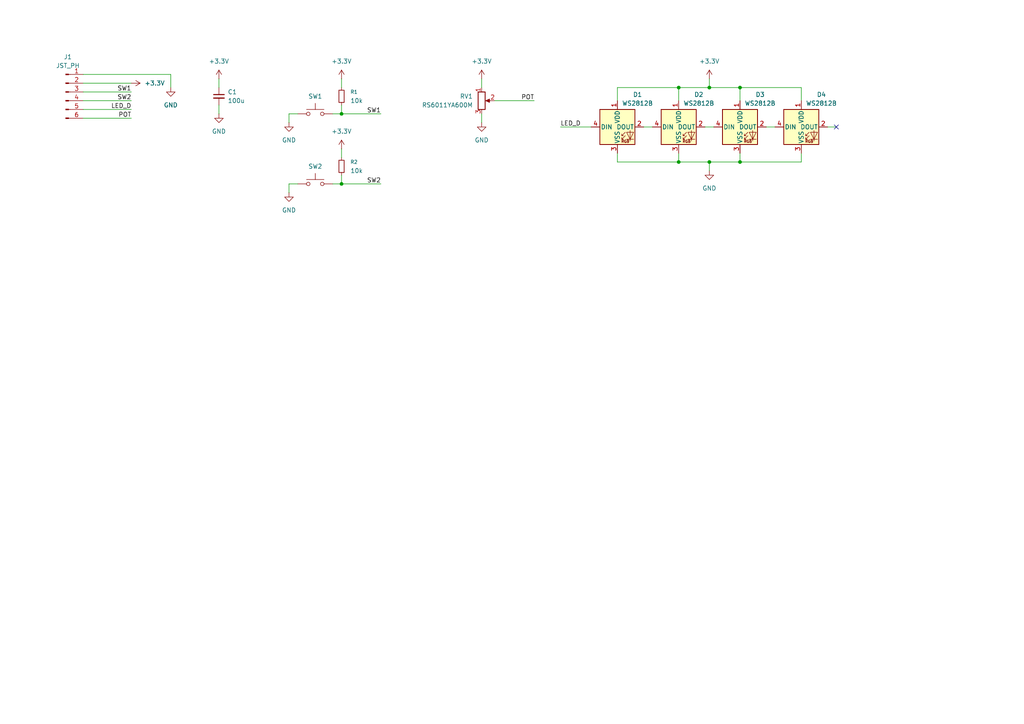
<source format=kicad_sch>
(kicad_sch
	(version 20250114)
	(generator "eeschema")
	(generator_version "9.0")
	(uuid "65f0f8e6-c43f-4450-a427-1bca1fbf31de")
	(paper "A4")
	(lib_symbols
		(symbol "Connector:Conn_01x06_Pin"
			(pin_names
				(offset 1.016)
				(hide yes)
			)
			(exclude_from_sim no)
			(in_bom yes)
			(on_board yes)
			(property "Reference" "J"
				(at 0 7.62 0)
				(effects
					(font
						(size 1.27 1.27)
					)
				)
			)
			(property "Value" "Conn_01x06_Pin"
				(at 0 -10.16 0)
				(effects
					(font
						(size 1.27 1.27)
					)
				)
			)
			(property "Footprint" ""
				(at 0 0 0)
				(effects
					(font
						(size 1.27 1.27)
					)
					(hide yes)
				)
			)
			(property "Datasheet" "~"
				(at 0 0 0)
				(effects
					(font
						(size 1.27 1.27)
					)
					(hide yes)
				)
			)
			(property "Description" "Generic connector, single row, 01x06, script generated"
				(at 0 0 0)
				(effects
					(font
						(size 1.27 1.27)
					)
					(hide yes)
				)
			)
			(property "ki_locked" ""
				(at 0 0 0)
				(effects
					(font
						(size 1.27 1.27)
					)
				)
			)
			(property "ki_keywords" "connector"
				(at 0 0 0)
				(effects
					(font
						(size 1.27 1.27)
					)
					(hide yes)
				)
			)
			(property "ki_fp_filters" "Connector*:*_1x??_*"
				(at 0 0 0)
				(effects
					(font
						(size 1.27 1.27)
					)
					(hide yes)
				)
			)
			(symbol "Conn_01x06_Pin_1_1"
				(rectangle
					(start 0.8636 5.207)
					(end 0 4.953)
					(stroke
						(width 0.1524)
						(type default)
					)
					(fill
						(type outline)
					)
				)
				(rectangle
					(start 0.8636 2.667)
					(end 0 2.413)
					(stroke
						(width 0.1524)
						(type default)
					)
					(fill
						(type outline)
					)
				)
				(rectangle
					(start 0.8636 0.127)
					(end 0 -0.127)
					(stroke
						(width 0.1524)
						(type default)
					)
					(fill
						(type outline)
					)
				)
				(rectangle
					(start 0.8636 -2.413)
					(end 0 -2.667)
					(stroke
						(width 0.1524)
						(type default)
					)
					(fill
						(type outline)
					)
				)
				(rectangle
					(start 0.8636 -4.953)
					(end 0 -5.207)
					(stroke
						(width 0.1524)
						(type default)
					)
					(fill
						(type outline)
					)
				)
				(rectangle
					(start 0.8636 -7.493)
					(end 0 -7.747)
					(stroke
						(width 0.1524)
						(type default)
					)
					(fill
						(type outline)
					)
				)
				(polyline
					(pts
						(xy 1.27 5.08) (xy 0.8636 5.08)
					)
					(stroke
						(width 0.1524)
						(type default)
					)
					(fill
						(type none)
					)
				)
				(polyline
					(pts
						(xy 1.27 2.54) (xy 0.8636 2.54)
					)
					(stroke
						(width 0.1524)
						(type default)
					)
					(fill
						(type none)
					)
				)
				(polyline
					(pts
						(xy 1.27 0) (xy 0.8636 0)
					)
					(stroke
						(width 0.1524)
						(type default)
					)
					(fill
						(type none)
					)
				)
				(polyline
					(pts
						(xy 1.27 -2.54) (xy 0.8636 -2.54)
					)
					(stroke
						(width 0.1524)
						(type default)
					)
					(fill
						(type none)
					)
				)
				(polyline
					(pts
						(xy 1.27 -5.08) (xy 0.8636 -5.08)
					)
					(stroke
						(width 0.1524)
						(type default)
					)
					(fill
						(type none)
					)
				)
				(polyline
					(pts
						(xy 1.27 -7.62) (xy 0.8636 -7.62)
					)
					(stroke
						(width 0.1524)
						(type default)
					)
					(fill
						(type none)
					)
				)
				(pin passive line
					(at 5.08 5.08 180)
					(length 3.81)
					(name "Pin_1"
						(effects
							(font
								(size 1.27 1.27)
							)
						)
					)
					(number "1"
						(effects
							(font
								(size 1.27 1.27)
							)
						)
					)
				)
				(pin passive line
					(at 5.08 2.54 180)
					(length 3.81)
					(name "Pin_2"
						(effects
							(font
								(size 1.27 1.27)
							)
						)
					)
					(number "2"
						(effects
							(font
								(size 1.27 1.27)
							)
						)
					)
				)
				(pin passive line
					(at 5.08 0 180)
					(length 3.81)
					(name "Pin_3"
						(effects
							(font
								(size 1.27 1.27)
							)
						)
					)
					(number "3"
						(effects
							(font
								(size 1.27 1.27)
							)
						)
					)
				)
				(pin passive line
					(at 5.08 -2.54 180)
					(length 3.81)
					(name "Pin_4"
						(effects
							(font
								(size 1.27 1.27)
							)
						)
					)
					(number "4"
						(effects
							(font
								(size 1.27 1.27)
							)
						)
					)
				)
				(pin passive line
					(at 5.08 -5.08 180)
					(length 3.81)
					(name "Pin_5"
						(effects
							(font
								(size 1.27 1.27)
							)
						)
					)
					(number "5"
						(effects
							(font
								(size 1.27 1.27)
							)
						)
					)
				)
				(pin passive line
					(at 5.08 -7.62 180)
					(length 3.81)
					(name "Pin_6"
						(effects
							(font
								(size 1.27 1.27)
							)
						)
					)
					(number "6"
						(effects
							(font
								(size 1.27 1.27)
							)
						)
					)
				)
			)
			(embedded_fonts no)
		)
		(symbol "Device:C_Small"
			(pin_numbers
				(hide yes)
			)
			(pin_names
				(offset 0.254)
				(hide yes)
			)
			(exclude_from_sim no)
			(in_bom yes)
			(on_board yes)
			(property "Reference" "C"
				(at 0.254 1.778 0)
				(effects
					(font
						(size 1.27 1.27)
					)
					(justify left)
				)
			)
			(property "Value" "C_Small"
				(at 0.254 -2.032 0)
				(effects
					(font
						(size 1.27 1.27)
					)
					(justify left)
				)
			)
			(property "Footprint" ""
				(at 0 0 0)
				(effects
					(font
						(size 1.27 1.27)
					)
					(hide yes)
				)
			)
			(property "Datasheet" "~"
				(at 0 0 0)
				(effects
					(font
						(size 1.27 1.27)
					)
					(hide yes)
				)
			)
			(property "Description" "Unpolarized capacitor, small symbol"
				(at 0 0 0)
				(effects
					(font
						(size 1.27 1.27)
					)
					(hide yes)
				)
			)
			(property "ki_keywords" "capacitor cap"
				(at 0 0 0)
				(effects
					(font
						(size 1.27 1.27)
					)
					(hide yes)
				)
			)
			(property "ki_fp_filters" "C_*"
				(at 0 0 0)
				(effects
					(font
						(size 1.27 1.27)
					)
					(hide yes)
				)
			)
			(symbol "C_Small_0_1"
				(polyline
					(pts
						(xy -1.524 0.508) (xy 1.524 0.508)
					)
					(stroke
						(width 0.3048)
						(type default)
					)
					(fill
						(type none)
					)
				)
				(polyline
					(pts
						(xy -1.524 -0.508) (xy 1.524 -0.508)
					)
					(stroke
						(width 0.3302)
						(type default)
					)
					(fill
						(type none)
					)
				)
			)
			(symbol "C_Small_1_1"
				(pin passive line
					(at 0 2.54 270)
					(length 2.032)
					(name "~"
						(effects
							(font
								(size 1.27 1.27)
							)
						)
					)
					(number "1"
						(effects
							(font
								(size 1.27 1.27)
							)
						)
					)
				)
				(pin passive line
					(at 0 -2.54 90)
					(length 2.032)
					(name "~"
						(effects
							(font
								(size 1.27 1.27)
							)
						)
					)
					(number "2"
						(effects
							(font
								(size 1.27 1.27)
							)
						)
					)
				)
			)
			(embedded_fonts no)
		)
		(symbol "Device:R_Potentiometer"
			(pin_names
				(offset 1.016)
				(hide yes)
			)
			(exclude_from_sim no)
			(in_bom yes)
			(on_board yes)
			(property "Reference" "RV"
				(at -4.445 0 90)
				(effects
					(font
						(size 1.27 1.27)
					)
				)
			)
			(property "Value" "R_Potentiometer"
				(at -2.54 0 90)
				(effects
					(font
						(size 1.27 1.27)
					)
				)
			)
			(property "Footprint" ""
				(at 0 0 0)
				(effects
					(font
						(size 1.27 1.27)
					)
					(hide yes)
				)
			)
			(property "Datasheet" "~"
				(at 0 0 0)
				(effects
					(font
						(size 1.27 1.27)
					)
					(hide yes)
				)
			)
			(property "Description" "Potentiometer"
				(at 0 0 0)
				(effects
					(font
						(size 1.27 1.27)
					)
					(hide yes)
				)
			)
			(property "ki_keywords" "resistor variable"
				(at 0 0 0)
				(effects
					(font
						(size 1.27 1.27)
					)
					(hide yes)
				)
			)
			(property "ki_fp_filters" "Potentiometer*"
				(at 0 0 0)
				(effects
					(font
						(size 1.27 1.27)
					)
					(hide yes)
				)
			)
			(symbol "R_Potentiometer_0_1"
				(rectangle
					(start 1.016 2.54)
					(end -1.016 -2.54)
					(stroke
						(width 0.254)
						(type default)
					)
					(fill
						(type none)
					)
				)
				(polyline
					(pts
						(xy 1.143 0) (xy 2.286 0.508) (xy 2.286 -0.508) (xy 1.143 0)
					)
					(stroke
						(width 0)
						(type default)
					)
					(fill
						(type outline)
					)
				)
				(polyline
					(pts
						(xy 2.54 0) (xy 1.524 0)
					)
					(stroke
						(width 0)
						(type default)
					)
					(fill
						(type none)
					)
				)
			)
			(symbol "R_Potentiometer_1_1"
				(pin passive line
					(at 0 3.81 270)
					(length 1.27)
					(name "1"
						(effects
							(font
								(size 1.27 1.27)
							)
						)
					)
					(number "1"
						(effects
							(font
								(size 1.27 1.27)
							)
						)
					)
				)
				(pin passive line
					(at 0 -3.81 90)
					(length 1.27)
					(name "3"
						(effects
							(font
								(size 1.27 1.27)
							)
						)
					)
					(number "3"
						(effects
							(font
								(size 1.27 1.27)
							)
						)
					)
				)
				(pin passive line
					(at 3.81 0 180)
					(length 1.27)
					(name "2"
						(effects
							(font
								(size 1.27 1.27)
							)
						)
					)
					(number "2"
						(effects
							(font
								(size 1.27 1.27)
							)
						)
					)
				)
			)
			(embedded_fonts no)
		)
		(symbol "Device:R_Small"
			(pin_numbers
				(hide yes)
			)
			(pin_names
				(offset 0.254)
				(hide yes)
			)
			(exclude_from_sim no)
			(in_bom yes)
			(on_board yes)
			(property "Reference" "R"
				(at 0 0 90)
				(effects
					(font
						(size 1.016 1.016)
					)
				)
			)
			(property "Value" "R_Small"
				(at 1.778 0 90)
				(effects
					(font
						(size 1.27 1.27)
					)
				)
			)
			(property "Footprint" ""
				(at 0 0 0)
				(effects
					(font
						(size 1.27 1.27)
					)
					(hide yes)
				)
			)
			(property "Datasheet" "~"
				(at 0 0 0)
				(effects
					(font
						(size 1.27 1.27)
					)
					(hide yes)
				)
			)
			(property "Description" "Resistor, small symbol"
				(at 0 0 0)
				(effects
					(font
						(size 1.27 1.27)
					)
					(hide yes)
				)
			)
			(property "ki_keywords" "R resistor"
				(at 0 0 0)
				(effects
					(font
						(size 1.27 1.27)
					)
					(hide yes)
				)
			)
			(property "ki_fp_filters" "R_*"
				(at 0 0 0)
				(effects
					(font
						(size 1.27 1.27)
					)
					(hide yes)
				)
			)
			(symbol "R_Small_0_1"
				(rectangle
					(start -0.762 1.778)
					(end 0.762 -1.778)
					(stroke
						(width 0.2032)
						(type default)
					)
					(fill
						(type none)
					)
				)
			)
			(symbol "R_Small_1_1"
				(pin passive line
					(at 0 2.54 270)
					(length 0.762)
					(name "~"
						(effects
							(font
								(size 1.27 1.27)
							)
						)
					)
					(number "1"
						(effects
							(font
								(size 1.27 1.27)
							)
						)
					)
				)
				(pin passive line
					(at 0 -2.54 90)
					(length 0.762)
					(name "~"
						(effects
							(font
								(size 1.27 1.27)
							)
						)
					)
					(number "2"
						(effects
							(font
								(size 1.27 1.27)
							)
						)
					)
				)
			)
			(embedded_fonts no)
		)
		(symbol "LED:WS2812B"
			(pin_names
				(offset 0.254)
			)
			(exclude_from_sim no)
			(in_bom yes)
			(on_board yes)
			(property "Reference" "D"
				(at 5.08 5.715 0)
				(effects
					(font
						(size 1.27 1.27)
					)
					(justify right bottom)
				)
			)
			(property "Value" "WS2812B"
				(at 1.27 -5.715 0)
				(effects
					(font
						(size 1.27 1.27)
					)
					(justify left top)
				)
			)
			(property "Footprint" "LED_SMD:LED_WS2812B_PLCC4_5.0x5.0mm_P3.2mm"
				(at 1.27 -7.62 0)
				(effects
					(font
						(size 1.27 1.27)
					)
					(justify left top)
					(hide yes)
				)
			)
			(property "Datasheet" "https://cdn-shop.adafruit.com/datasheets/WS2812B.pdf"
				(at 2.54 -9.525 0)
				(effects
					(font
						(size 1.27 1.27)
					)
					(justify left top)
					(hide yes)
				)
			)
			(property "Description" "RGB LED with integrated controller"
				(at 0 0 0)
				(effects
					(font
						(size 1.27 1.27)
					)
					(hide yes)
				)
			)
			(property "ki_keywords" "RGB LED NeoPixel addressable"
				(at 0 0 0)
				(effects
					(font
						(size 1.27 1.27)
					)
					(hide yes)
				)
			)
			(property "ki_fp_filters" "LED*WS2812*PLCC*5.0x5.0mm*P3.2mm*"
				(at 0 0 0)
				(effects
					(font
						(size 1.27 1.27)
					)
					(hide yes)
				)
			)
			(symbol "WS2812B_0_0"
				(text "RGB"
					(at 2.286 -4.191 0)
					(effects
						(font
							(size 0.762 0.762)
						)
					)
				)
			)
			(symbol "WS2812B_0_1"
				(polyline
					(pts
						(xy 1.27 -2.54) (xy 1.778 -2.54)
					)
					(stroke
						(width 0)
						(type default)
					)
					(fill
						(type none)
					)
				)
				(polyline
					(pts
						(xy 1.27 -3.556) (xy 1.778 -3.556)
					)
					(stroke
						(width 0)
						(type default)
					)
					(fill
						(type none)
					)
				)
				(polyline
					(pts
						(xy 2.286 -1.524) (xy 1.27 -2.54) (xy 1.27 -2.032)
					)
					(stroke
						(width 0)
						(type default)
					)
					(fill
						(type none)
					)
				)
				(polyline
					(pts
						(xy 2.286 -2.54) (xy 1.27 -3.556) (xy 1.27 -3.048)
					)
					(stroke
						(width 0)
						(type default)
					)
					(fill
						(type none)
					)
				)
				(polyline
					(pts
						(xy 3.683 -1.016) (xy 3.683 -3.556) (xy 3.683 -4.064)
					)
					(stroke
						(width 0)
						(type default)
					)
					(fill
						(type none)
					)
				)
				(polyline
					(pts
						(xy 4.699 -1.524) (xy 2.667 -1.524) (xy 3.683 -3.556) (xy 4.699 -1.524)
					)
					(stroke
						(width 0)
						(type default)
					)
					(fill
						(type none)
					)
				)
				(polyline
					(pts
						(xy 4.699 -3.556) (xy 2.667 -3.556)
					)
					(stroke
						(width 0)
						(type default)
					)
					(fill
						(type none)
					)
				)
				(rectangle
					(start 5.08 5.08)
					(end -5.08 -5.08)
					(stroke
						(width 0.254)
						(type default)
					)
					(fill
						(type background)
					)
				)
			)
			(symbol "WS2812B_1_1"
				(pin input line
					(at -7.62 0 0)
					(length 2.54)
					(name "DIN"
						(effects
							(font
								(size 1.27 1.27)
							)
						)
					)
					(number "4"
						(effects
							(font
								(size 1.27 1.27)
							)
						)
					)
				)
				(pin power_in line
					(at 0 7.62 270)
					(length 2.54)
					(name "VDD"
						(effects
							(font
								(size 1.27 1.27)
							)
						)
					)
					(number "1"
						(effects
							(font
								(size 1.27 1.27)
							)
						)
					)
				)
				(pin power_in line
					(at 0 -7.62 90)
					(length 2.54)
					(name "VSS"
						(effects
							(font
								(size 1.27 1.27)
							)
						)
					)
					(number "3"
						(effects
							(font
								(size 1.27 1.27)
							)
						)
					)
				)
				(pin output line
					(at 7.62 0 180)
					(length 2.54)
					(name "DOUT"
						(effects
							(font
								(size 1.27 1.27)
							)
						)
					)
					(number "2"
						(effects
							(font
								(size 1.27 1.27)
							)
						)
					)
				)
			)
			(embedded_fonts no)
		)
		(symbol "Switch:SW_Push"
			(pin_numbers
				(hide yes)
			)
			(pin_names
				(offset 1.016)
				(hide yes)
			)
			(exclude_from_sim no)
			(in_bom yes)
			(on_board yes)
			(property "Reference" "SW"
				(at 1.27 2.54 0)
				(effects
					(font
						(size 1.27 1.27)
					)
					(justify left)
				)
			)
			(property "Value" "SW_Push"
				(at 0 -1.524 0)
				(effects
					(font
						(size 1.27 1.27)
					)
				)
			)
			(property "Footprint" ""
				(at 0 5.08 0)
				(effects
					(font
						(size 1.27 1.27)
					)
					(hide yes)
				)
			)
			(property "Datasheet" "~"
				(at 0 5.08 0)
				(effects
					(font
						(size 1.27 1.27)
					)
					(hide yes)
				)
			)
			(property "Description" "Push button switch, generic, two pins"
				(at 0 0 0)
				(effects
					(font
						(size 1.27 1.27)
					)
					(hide yes)
				)
			)
			(property "ki_keywords" "switch normally-open pushbutton push-button"
				(at 0 0 0)
				(effects
					(font
						(size 1.27 1.27)
					)
					(hide yes)
				)
			)
			(symbol "SW_Push_0_1"
				(circle
					(center -2.032 0)
					(radius 0.508)
					(stroke
						(width 0)
						(type default)
					)
					(fill
						(type none)
					)
				)
				(polyline
					(pts
						(xy 0 1.27) (xy 0 3.048)
					)
					(stroke
						(width 0)
						(type default)
					)
					(fill
						(type none)
					)
				)
				(circle
					(center 2.032 0)
					(radius 0.508)
					(stroke
						(width 0)
						(type default)
					)
					(fill
						(type none)
					)
				)
				(polyline
					(pts
						(xy 2.54 1.27) (xy -2.54 1.27)
					)
					(stroke
						(width 0)
						(type default)
					)
					(fill
						(type none)
					)
				)
				(pin passive line
					(at -5.08 0 0)
					(length 2.54)
					(name "1"
						(effects
							(font
								(size 1.27 1.27)
							)
						)
					)
					(number "1"
						(effects
							(font
								(size 1.27 1.27)
							)
						)
					)
				)
				(pin passive line
					(at 5.08 0 180)
					(length 2.54)
					(name "2"
						(effects
							(font
								(size 1.27 1.27)
							)
						)
					)
					(number "2"
						(effects
							(font
								(size 1.27 1.27)
							)
						)
					)
				)
			)
			(embedded_fonts no)
		)
		(symbol "power:+3.3V"
			(power)
			(pin_numbers
				(hide yes)
			)
			(pin_names
				(offset 0)
				(hide yes)
			)
			(exclude_from_sim no)
			(in_bom yes)
			(on_board yes)
			(property "Reference" "#PWR"
				(at 0 -3.81 0)
				(effects
					(font
						(size 1.27 1.27)
					)
					(hide yes)
				)
			)
			(property "Value" "+3.3V"
				(at 0 3.556 0)
				(effects
					(font
						(size 1.27 1.27)
					)
				)
			)
			(property "Footprint" ""
				(at 0 0 0)
				(effects
					(font
						(size 1.27 1.27)
					)
					(hide yes)
				)
			)
			(property "Datasheet" ""
				(at 0 0 0)
				(effects
					(font
						(size 1.27 1.27)
					)
					(hide yes)
				)
			)
			(property "Description" "Power symbol creates a global label with name \"+3.3V\""
				(at 0 0 0)
				(effects
					(font
						(size 1.27 1.27)
					)
					(hide yes)
				)
			)
			(property "ki_keywords" "global power"
				(at 0 0 0)
				(effects
					(font
						(size 1.27 1.27)
					)
					(hide yes)
				)
			)
			(symbol "+3.3V_0_1"
				(polyline
					(pts
						(xy -0.762 1.27) (xy 0 2.54)
					)
					(stroke
						(width 0)
						(type default)
					)
					(fill
						(type none)
					)
				)
				(polyline
					(pts
						(xy 0 2.54) (xy 0.762 1.27)
					)
					(stroke
						(width 0)
						(type default)
					)
					(fill
						(type none)
					)
				)
				(polyline
					(pts
						(xy 0 0) (xy 0 2.54)
					)
					(stroke
						(width 0)
						(type default)
					)
					(fill
						(type none)
					)
				)
			)
			(symbol "+3.3V_1_1"
				(pin power_in line
					(at 0 0 90)
					(length 0)
					(name "~"
						(effects
							(font
								(size 1.27 1.27)
							)
						)
					)
					(number "1"
						(effects
							(font
								(size 1.27 1.27)
							)
						)
					)
				)
			)
			(embedded_fonts no)
		)
		(symbol "power:GND"
			(power)
			(pin_numbers
				(hide yes)
			)
			(pin_names
				(offset 0)
				(hide yes)
			)
			(exclude_from_sim no)
			(in_bom yes)
			(on_board yes)
			(property "Reference" "#PWR"
				(at 0 -6.35 0)
				(effects
					(font
						(size 1.27 1.27)
					)
					(hide yes)
				)
			)
			(property "Value" "GND"
				(at 0 -3.81 0)
				(effects
					(font
						(size 1.27 1.27)
					)
				)
			)
			(property "Footprint" ""
				(at 0 0 0)
				(effects
					(font
						(size 1.27 1.27)
					)
					(hide yes)
				)
			)
			(property "Datasheet" ""
				(at 0 0 0)
				(effects
					(font
						(size 1.27 1.27)
					)
					(hide yes)
				)
			)
			(property "Description" "Power symbol creates a global label with name \"GND\" , ground"
				(at 0 0 0)
				(effects
					(font
						(size 1.27 1.27)
					)
					(hide yes)
				)
			)
			(property "ki_keywords" "global power"
				(at 0 0 0)
				(effects
					(font
						(size 1.27 1.27)
					)
					(hide yes)
				)
			)
			(symbol "GND_0_1"
				(polyline
					(pts
						(xy 0 0) (xy 0 -1.27) (xy 1.27 -1.27) (xy 0 -2.54) (xy -1.27 -1.27) (xy 0 -1.27)
					)
					(stroke
						(width 0)
						(type default)
					)
					(fill
						(type none)
					)
				)
			)
			(symbol "GND_1_1"
				(pin power_in line
					(at 0 0 270)
					(length 0)
					(name "~"
						(effects
							(font
								(size 1.27 1.27)
							)
						)
					)
					(number "1"
						(effects
							(font
								(size 1.27 1.27)
							)
						)
					)
				)
			)
			(embedded_fonts no)
		)
	)
	(junction
		(at 196.85 46.99)
		(diameter 0)
		(color 0 0 0 0)
		(uuid "195d2cf3-8079-4c9d-9def-9fbb9a6bf219")
	)
	(junction
		(at 205.74 46.99)
		(diameter 0)
		(color 0 0 0 0)
		(uuid "2f40108a-8346-4da1-a37a-c1d1a03f2612")
	)
	(junction
		(at 205.74 25.4)
		(diameter 0)
		(color 0 0 0 0)
		(uuid "3c5cbbec-9d86-4820-af5f-095e38df8abd")
	)
	(junction
		(at 196.85 25.4)
		(diameter 0)
		(color 0 0 0 0)
		(uuid "6c41aa54-8b44-40dd-9dcb-98cfd027192d")
	)
	(junction
		(at 214.63 25.4)
		(diameter 0)
		(color 0 0 0 0)
		(uuid "7d241ec9-63d6-41f4-b09e-c35fce42dc50")
	)
	(junction
		(at 99.06 33.02)
		(diameter 0)
		(color 0 0 0 0)
		(uuid "b854b112-ba7b-4721-801f-caf60294af1e")
	)
	(junction
		(at 214.63 46.99)
		(diameter 0)
		(color 0 0 0 0)
		(uuid "eebac41f-6333-4aaf-92f0-aaa4c1c874ff")
	)
	(junction
		(at 99.06 53.34)
		(diameter 0)
		(color 0 0 0 0)
		(uuid "f89aba0c-4395-43d3-8390-c3e3b2d61ca2")
	)
	(no_connect
		(at 242.57 36.83)
		(uuid "8e7fdc55-3a2f-469e-a883-3ad2ececaaf4")
	)
	(wire
		(pts
			(xy 205.74 46.99) (xy 214.63 46.99)
		)
		(stroke
			(width 0)
			(type default)
		)
		(uuid "00a7cdca-1817-4e67-895e-25d4384b77cb")
	)
	(wire
		(pts
			(xy 205.74 46.99) (xy 205.74 49.53)
		)
		(stroke
			(width 0)
			(type default)
		)
		(uuid "06b527b3-6286-4631-9489-612a8437a4dd")
	)
	(wire
		(pts
			(xy 232.41 44.45) (xy 232.41 46.99)
		)
		(stroke
			(width 0)
			(type default)
		)
		(uuid "0a51975d-9ded-4636-b3e3-0e9ecd860207")
	)
	(wire
		(pts
			(xy 139.7 22.86) (xy 139.7 25.4)
		)
		(stroke
			(width 0)
			(type default)
		)
		(uuid "0b7284e9-bbb7-4a2b-9335-de26881b3b88")
	)
	(wire
		(pts
			(xy 214.63 25.4) (xy 214.63 29.21)
		)
		(stroke
			(width 0)
			(type default)
		)
		(uuid "0b8d3ab4-6e2e-41ce-a033-8be34df77b74")
	)
	(wire
		(pts
			(xy 99.06 22.86) (xy 99.06 25.4)
		)
		(stroke
			(width 0)
			(type default)
		)
		(uuid "11abd7c4-a8db-4a83-aafc-d5070301553e")
	)
	(wire
		(pts
			(xy 204.47 36.83) (xy 207.01 36.83)
		)
		(stroke
			(width 0)
			(type default)
		)
		(uuid "11f957f5-6de7-4bb8-9ed4-d1dd306f754b")
	)
	(wire
		(pts
			(xy 24.13 34.29) (xy 38.1 34.29)
		)
		(stroke
			(width 0)
			(type default)
		)
		(uuid "2cd4354a-ce68-46ef-861b-e4178e440192")
	)
	(wire
		(pts
			(xy 63.5 30.48) (xy 63.5 33.02)
		)
		(stroke
			(width 0)
			(type default)
		)
		(uuid "35a5e034-0d4b-4bd4-ac3f-e6a2cc74538f")
	)
	(wire
		(pts
			(xy 205.74 22.86) (xy 205.74 25.4)
		)
		(stroke
			(width 0)
			(type default)
		)
		(uuid "3ada21b5-9b57-476c-b292-ae9202baa804")
	)
	(wire
		(pts
			(xy 186.69 36.83) (xy 189.23 36.83)
		)
		(stroke
			(width 0)
			(type default)
		)
		(uuid "4c6c740c-df0b-4d5e-b816-ae39ada798ef")
	)
	(wire
		(pts
			(xy 196.85 44.45) (xy 196.85 46.99)
		)
		(stroke
			(width 0)
			(type default)
		)
		(uuid "516e9c00-e77a-43dd-8f6b-63ae29cc2d9e")
	)
	(wire
		(pts
			(xy 86.36 33.02) (xy 83.82 33.02)
		)
		(stroke
			(width 0)
			(type default)
		)
		(uuid "58e84b14-be7b-4968-b17e-9de188e44615")
	)
	(wire
		(pts
			(xy 99.06 43.18) (xy 99.06 45.72)
		)
		(stroke
			(width 0)
			(type default)
		)
		(uuid "59a585c9-caef-43b7-8e35-0af334dad97e")
	)
	(wire
		(pts
			(xy 214.63 25.4) (xy 232.41 25.4)
		)
		(stroke
			(width 0)
			(type default)
		)
		(uuid "5af8f15d-947b-4901-b694-b71199922257")
	)
	(wire
		(pts
			(xy 99.06 33.02) (xy 110.49 33.02)
		)
		(stroke
			(width 0)
			(type default)
		)
		(uuid "61d6327c-d3c9-42cb-8532-0f6101f1f354")
	)
	(wire
		(pts
			(xy 99.06 50.8) (xy 99.06 53.34)
		)
		(stroke
			(width 0)
			(type default)
		)
		(uuid "62d970bf-0256-4b87-b27b-6822dcbc17a4")
	)
	(wire
		(pts
			(xy 49.53 21.59) (xy 49.53 25.4)
		)
		(stroke
			(width 0)
			(type default)
		)
		(uuid "6b0a43d1-a5b8-4bbb-844f-68fd04b2e769")
	)
	(wire
		(pts
			(xy 196.85 46.99) (xy 205.74 46.99)
		)
		(stroke
			(width 0)
			(type default)
		)
		(uuid "6b7497cd-bf46-4670-961a-4bb52347f405")
	)
	(wire
		(pts
			(xy 240.03 36.83) (xy 242.57 36.83)
		)
		(stroke
			(width 0)
			(type default)
		)
		(uuid "6bb9326a-eb4d-4836-8634-a5d1233de827")
	)
	(wire
		(pts
			(xy 205.74 25.4) (xy 214.63 25.4)
		)
		(stroke
			(width 0)
			(type default)
		)
		(uuid "6ca9011b-2884-4612-ae8b-31266b99d8ce")
	)
	(wire
		(pts
			(xy 24.13 31.75) (xy 38.1 31.75)
		)
		(stroke
			(width 0)
			(type default)
		)
		(uuid "6dcba2f7-c4a7-4be1-bd04-729e4523173c")
	)
	(wire
		(pts
			(xy 24.13 26.67) (xy 38.1 26.67)
		)
		(stroke
			(width 0)
			(type default)
		)
		(uuid "6de8cb0c-fcff-429d-98c9-4e676596179c")
	)
	(wire
		(pts
			(xy 139.7 33.02) (xy 139.7 35.56)
		)
		(stroke
			(width 0)
			(type default)
		)
		(uuid "6df2154a-58cf-44e5-97ef-f0fc8e44f75f")
	)
	(wire
		(pts
			(xy 24.13 21.59) (xy 49.53 21.59)
		)
		(stroke
			(width 0)
			(type default)
		)
		(uuid "71bbb01d-1d14-4edf-8b5b-484f73422f65")
	)
	(wire
		(pts
			(xy 83.82 53.34) (xy 83.82 55.88)
		)
		(stroke
			(width 0)
			(type default)
		)
		(uuid "75870e6b-3b18-4a67-b16f-3527f1f49e22")
	)
	(wire
		(pts
			(xy 162.56 36.83) (xy 171.45 36.83)
		)
		(stroke
			(width 0)
			(type default)
		)
		(uuid "84c7272a-1741-4193-9f2b-110d0c9a20cb")
	)
	(wire
		(pts
			(xy 96.52 33.02) (xy 99.06 33.02)
		)
		(stroke
			(width 0)
			(type default)
		)
		(uuid "8c89e5dd-39fa-4b8e-9fa1-74a348fd0a66")
	)
	(wire
		(pts
			(xy 179.07 44.45) (xy 179.07 46.99)
		)
		(stroke
			(width 0)
			(type default)
		)
		(uuid "930fd075-ca77-4374-8026-03cea785d3e9")
	)
	(wire
		(pts
			(xy 214.63 46.99) (xy 232.41 46.99)
		)
		(stroke
			(width 0)
			(type default)
		)
		(uuid "970c4210-581a-4671-bc29-720fa6037a2a")
	)
	(wire
		(pts
			(xy 99.06 53.34) (xy 110.49 53.34)
		)
		(stroke
			(width 0)
			(type default)
		)
		(uuid "9a0f3ccc-0b48-4f4b-9adb-6db6894298eb")
	)
	(wire
		(pts
			(xy 63.5 22.86) (xy 63.5 25.4)
		)
		(stroke
			(width 0)
			(type default)
		)
		(uuid "a010cb92-d10a-47ce-889e-ed7213090e71")
	)
	(wire
		(pts
			(xy 232.41 25.4) (xy 232.41 29.21)
		)
		(stroke
			(width 0)
			(type default)
		)
		(uuid "a3f8a8a3-7366-430f-b588-741028728159")
	)
	(wire
		(pts
			(xy 179.07 25.4) (xy 179.07 29.21)
		)
		(stroke
			(width 0)
			(type default)
		)
		(uuid "c326fe53-45a7-416b-a23b-b5c3f015e793")
	)
	(wire
		(pts
			(xy 99.06 30.48) (xy 99.06 33.02)
		)
		(stroke
			(width 0)
			(type default)
		)
		(uuid "c4b71040-7ded-4f5e-b4ac-0f473cc8d68f")
	)
	(wire
		(pts
			(xy 24.13 29.21) (xy 38.1 29.21)
		)
		(stroke
			(width 0)
			(type default)
		)
		(uuid "c4f2c063-ae0c-4b59-9c5f-39e2de2dc4d3")
	)
	(wire
		(pts
			(xy 96.52 53.34) (xy 99.06 53.34)
		)
		(stroke
			(width 0)
			(type default)
		)
		(uuid "c589518c-e919-456d-bc0f-4eef19ad939e")
	)
	(wire
		(pts
			(xy 196.85 25.4) (xy 196.85 29.21)
		)
		(stroke
			(width 0)
			(type default)
		)
		(uuid "c9ee5fbf-6f59-4c5e-a94d-4dcfdfe96cee")
	)
	(wire
		(pts
			(xy 143.51 29.21) (xy 154.94 29.21)
		)
		(stroke
			(width 0)
			(type default)
		)
		(uuid "caffeee4-7a83-43e8-a623-5ebf2845acc5")
	)
	(wire
		(pts
			(xy 24.13 24.13) (xy 38.1 24.13)
		)
		(stroke
			(width 0)
			(type default)
		)
		(uuid "d3ad428a-a416-46c3-b00d-e4545634064e")
	)
	(wire
		(pts
			(xy 83.82 33.02) (xy 83.82 35.56)
		)
		(stroke
			(width 0)
			(type default)
		)
		(uuid "dfa8fbcb-908a-49e5-885a-917c8e60d5d6")
	)
	(wire
		(pts
			(xy 214.63 44.45) (xy 214.63 46.99)
		)
		(stroke
			(width 0)
			(type default)
		)
		(uuid "e757a420-7203-4901-a7cf-7342ceee1b27")
	)
	(wire
		(pts
			(xy 196.85 25.4) (xy 205.74 25.4)
		)
		(stroke
			(width 0)
			(type default)
		)
		(uuid "eafe0c15-d54e-46b9-9248-0eb50c1971e1")
	)
	(wire
		(pts
			(xy 179.07 25.4) (xy 196.85 25.4)
		)
		(stroke
			(width 0)
			(type default)
		)
		(uuid "f2756b5f-2da5-46fa-8aaa-e2503c89f5c8")
	)
	(wire
		(pts
			(xy 222.25 36.83) (xy 224.79 36.83)
		)
		(stroke
			(width 0)
			(type default)
		)
		(uuid "f557091d-ee7f-4c81-94c5-cfc16b0b59e5")
	)
	(wire
		(pts
			(xy 179.07 46.99) (xy 196.85 46.99)
		)
		(stroke
			(width 0)
			(type default)
		)
		(uuid "f608224f-3e4f-457f-886e-bb2249ed26c1")
	)
	(wire
		(pts
			(xy 86.36 53.34) (xy 83.82 53.34)
		)
		(stroke
			(width 0)
			(type default)
		)
		(uuid "fd700bd7-509b-4981-b052-8dfd1f4dc98d")
	)
	(label "LED_D"
		(at 162.56 36.83 0)
		(effects
			(font
				(size 1.27 1.27)
			)
			(justify left bottom)
		)
		(uuid "219baaa7-b822-43c5-8cd1-9dc4d95c7bad")
	)
	(label "POT"
		(at 154.94 29.21 180)
		(effects
			(font
				(size 1.27 1.27)
			)
			(justify right bottom)
		)
		(uuid "224335ec-a2df-43db-8b90-fbe86825c594")
	)
	(label "POT"
		(at 38.1 34.29 180)
		(effects
			(font
				(size 1.27 1.27)
			)
			(justify right bottom)
		)
		(uuid "3406a255-fa2e-4e2a-85b2-696ba655accf")
	)
	(label "LED_D"
		(at 38.1 31.75 180)
		(effects
			(font
				(size 1.27 1.27)
			)
			(justify right bottom)
		)
		(uuid "38de1ac2-ca4a-4247-b94e-091a347d7cd8")
	)
	(label "SW1"
		(at 38.1 26.67 180)
		(effects
			(font
				(size 1.27 1.27)
			)
			(justify right bottom)
		)
		(uuid "41052f95-fa9c-406b-9fc1-4a959fa1c6fc")
	)
	(label "SW2"
		(at 110.49 53.34 180)
		(effects
			(font
				(size 1.27 1.27)
			)
			(justify right bottom)
		)
		(uuid "8d7641e9-2ff9-4b48-97e9-93a52ee1ffa8")
	)
	(label "SW2"
		(at 38.1 29.21 180)
		(effects
			(font
				(size 1.27 1.27)
			)
			(justify right bottom)
		)
		(uuid "99fb35f7-d33b-44e7-b524-254b8b10b32f")
	)
	(label "SW1"
		(at 110.49 33.02 180)
		(effects
			(font
				(size 1.27 1.27)
			)
			(justify right bottom)
		)
		(uuid "db173ab9-2ed2-4ccc-861f-69647a89d749")
	)
	(symbol
		(lib_id "power:+3.3V")
		(at 99.06 22.86 0)
		(unit 1)
		(exclude_from_sim no)
		(in_bom yes)
		(on_board yes)
		(dnp no)
		(fields_autoplaced yes)
		(uuid "0429bc3c-8888-478f-828a-077f33fa050b")
		(property "Reference" "#PWR06"
			(at 99.06 26.67 0)
			(effects
				(font
					(size 1.27 1.27)
				)
				(hide yes)
			)
		)
		(property "Value" "+3.3V"
			(at 99.06 17.78 0)
			(effects
				(font
					(size 1.27 1.27)
				)
			)
		)
		(property "Footprint" ""
			(at 99.06 22.86 0)
			(effects
				(font
					(size 1.27 1.27)
				)
				(hide yes)
			)
		)
		(property "Datasheet" ""
			(at 99.06 22.86 0)
			(effects
				(font
					(size 1.27 1.27)
				)
				(hide yes)
			)
		)
		(property "Description" "Power symbol creates a global label with name \"+3.3V\""
			(at 99.06 22.86 0)
			(effects
				(font
					(size 1.27 1.27)
				)
				(hide yes)
			)
		)
		(pin "1"
			(uuid "08dc2609-0795-4a96-bed8-ac2c75420f11")
		)
		(instances
			(project ""
				(path "/65f0f8e6-c43f-4450-a427-1bca1fbf31de"
					(reference "#PWR06")
					(unit 1)
				)
			)
		)
	)
	(symbol
		(lib_id "power:+3.3V")
		(at 38.1 24.13 270)
		(unit 1)
		(exclude_from_sim no)
		(in_bom yes)
		(on_board yes)
		(dnp no)
		(fields_autoplaced yes)
		(uuid "14f9491e-635e-4927-ac9a-5744e181db7d")
		(property "Reference" "#PWR01"
			(at 34.29 24.13 0)
			(effects
				(font
					(size 1.27 1.27)
				)
				(hide yes)
			)
		)
		(property "Value" "+3.3V"
			(at 41.91 24.1299 90)
			(effects
				(font
					(size 1.27 1.27)
				)
				(justify left)
			)
		)
		(property "Footprint" ""
			(at 38.1 24.13 0)
			(effects
				(font
					(size 1.27 1.27)
				)
				(hide yes)
			)
		)
		(property "Datasheet" ""
			(at 38.1 24.13 0)
			(effects
				(font
					(size 1.27 1.27)
				)
				(hide yes)
			)
		)
		(property "Description" "Power symbol creates a global label with name \"+3.3V\""
			(at 38.1 24.13 0)
			(effects
				(font
					(size 1.27 1.27)
				)
				(hide yes)
			)
		)
		(pin "1"
			(uuid "7c152ad8-8615-4ccf-a1e4-924a45b355ed")
		)
		(instances
			(project ""
				(path "/65f0f8e6-c43f-4450-a427-1bca1fbf31de"
					(reference "#PWR01")
					(unit 1)
				)
			)
		)
	)
	(symbol
		(lib_id "LED:WS2812B")
		(at 196.85 36.83 0)
		(unit 1)
		(exclude_from_sim no)
		(in_bom yes)
		(on_board yes)
		(dnp no)
		(uuid "1bc555b7-57ca-45b8-aa2f-f157fb5ae090")
		(property "Reference" "D2"
			(at 202.692 27.432 0)
			(effects
				(font
					(size 1.27 1.27)
				)
			)
		)
		(property "Value" "WS2812B"
			(at 202.692 29.972 0)
			(effects
				(font
					(size 1.27 1.27)
				)
			)
		)
		(property "Footprint" "LED_SMD:LED_WS2812B_PLCC4_5.0x5.0mm_P3.2mm"
			(at 198.12 44.45 0)
			(effects
				(font
					(size 1.27 1.27)
				)
				(justify left top)
				(hide yes)
			)
		)
		(property "Datasheet" "https://cdn-shop.adafruit.com/datasheets/WS2812B.pdf"
			(at 199.39 46.355 0)
			(effects
				(font
					(size 1.27 1.27)
				)
				(justify left top)
				(hide yes)
			)
		)
		(property "Description" "RGB LED with integrated controller"
			(at 196.85 36.83 0)
			(effects
				(font
					(size 1.27 1.27)
				)
				(hide yes)
			)
		)
		(pin "2"
			(uuid "14b459ee-82cd-448d-850a-c0c16eee2a44")
		)
		(pin "3"
			(uuid "c676b24b-a2ce-470f-aab8-76cd1bceea98")
		)
		(pin "4"
			(uuid "81d4ce42-99b5-47d5-a9a6-929c5e6299d8")
		)
		(pin "1"
			(uuid "43be776d-27ff-4601-9ad6-0bc180c0cd42")
		)
		(instances
			(project "Side"
				(path "/65f0f8e6-c43f-4450-a427-1bca1fbf31de"
					(reference "D2")
					(unit 1)
				)
			)
		)
	)
	(symbol
		(lib_id "LED:WS2812B")
		(at 214.63 36.83 0)
		(unit 1)
		(exclude_from_sim no)
		(in_bom yes)
		(on_board yes)
		(dnp no)
		(uuid "24a64a9c-3d8a-4b92-b199-8a00c0a52ca6")
		(property "Reference" "D3"
			(at 220.472 27.432 0)
			(effects
				(font
					(size 1.27 1.27)
				)
			)
		)
		(property "Value" "WS2812B"
			(at 220.472 29.972 0)
			(effects
				(font
					(size 1.27 1.27)
				)
			)
		)
		(property "Footprint" "LED_SMD:LED_WS2812B_PLCC4_5.0x5.0mm_P3.2mm"
			(at 215.9 44.45 0)
			(effects
				(font
					(size 1.27 1.27)
				)
				(justify left top)
				(hide yes)
			)
		)
		(property "Datasheet" "https://cdn-shop.adafruit.com/datasheets/WS2812B.pdf"
			(at 217.17 46.355 0)
			(effects
				(font
					(size 1.27 1.27)
				)
				(justify left top)
				(hide yes)
			)
		)
		(property "Description" "RGB LED with integrated controller"
			(at 214.63 36.83 0)
			(effects
				(font
					(size 1.27 1.27)
				)
				(hide yes)
			)
		)
		(pin "2"
			(uuid "1e19f6d5-07c3-442a-a650-0ad829124c4c")
		)
		(pin "3"
			(uuid "a13bece2-ba20-43d5-999d-f28b8287ed96")
		)
		(pin "4"
			(uuid "cf304ab6-b086-46cc-bae2-fbf8557bbb31")
		)
		(pin "1"
			(uuid "7276a0a1-ad58-4d2c-b2e9-db716fd67337")
		)
		(instances
			(project "Side"
				(path "/65f0f8e6-c43f-4450-a427-1bca1fbf31de"
					(reference "D3")
					(unit 1)
				)
			)
		)
	)
	(symbol
		(lib_id "power:+3.3V")
		(at 205.74 22.86 0)
		(unit 1)
		(exclude_from_sim no)
		(in_bom yes)
		(on_board yes)
		(dnp no)
		(fields_autoplaced yes)
		(uuid "33df357b-9a7c-4b1c-a629-7df5d81a3f52")
		(property "Reference" "#PWR012"
			(at 205.74 26.67 0)
			(effects
				(font
					(size 1.27 1.27)
				)
				(hide yes)
			)
		)
		(property "Value" "+3.3V"
			(at 205.74 17.78 0)
			(effects
				(font
					(size 1.27 1.27)
				)
			)
		)
		(property "Footprint" ""
			(at 205.74 22.86 0)
			(effects
				(font
					(size 1.27 1.27)
				)
				(hide yes)
			)
		)
		(property "Datasheet" ""
			(at 205.74 22.86 0)
			(effects
				(font
					(size 1.27 1.27)
				)
				(hide yes)
			)
		)
		(property "Description" "Power symbol creates a global label with name \"+3.3V\""
			(at 205.74 22.86 0)
			(effects
				(font
					(size 1.27 1.27)
				)
				(hide yes)
			)
		)
		(pin "1"
			(uuid "100f724c-7839-49cb-94ff-93523285780e")
		)
		(instances
			(project ""
				(path "/65f0f8e6-c43f-4450-a427-1bca1fbf31de"
					(reference "#PWR012")
					(unit 1)
				)
			)
		)
	)
	(symbol
		(lib_id "Device:R_Potentiometer")
		(at 139.7 29.21 0)
		(unit 1)
		(exclude_from_sim no)
		(in_bom yes)
		(on_board yes)
		(dnp no)
		(fields_autoplaced yes)
		(uuid "3b5ad896-5ff4-41fe-9c8d-b26d4e47e46b")
		(property "Reference" "RV1"
			(at 137.16 27.9399 0)
			(effects
				(font
					(size 1.27 1.27)
				)
				(justify right)
			)
		)
		(property "Value" "RS6011YA600M"
			(at 137.16 30.4799 0)
			(effects
				(font
					(size 1.27 1.27)
				)
				(justify right)
			)
		)
		(property "Footprint" "footprints:RS6011YA600M"
			(at 139.7 29.21 0)
			(effects
				(font
					(size 1.27 1.27)
				)
				(hide yes)
			)
		)
		(property "Datasheet" "~"
			(at 139.7 29.21 0)
			(effects
				(font
					(size 1.27 1.27)
				)
				(hide yes)
			)
		)
		(property "Description" "Potentiometer"
			(at 139.7 29.21 0)
			(effects
				(font
					(size 1.27 1.27)
				)
				(hide yes)
			)
		)
		(pin "1"
			(uuid "dc8a21f5-fbdf-40b1-b4c1-70e3806d498a")
		)
		(pin "2"
			(uuid "b4e1ca53-08e9-4682-be95-3c8684ea84c1")
		)
		(pin "3"
			(uuid "2cdd720e-1364-46dc-b971-a0c021094265")
		)
		(instances
			(project ""
				(path "/65f0f8e6-c43f-4450-a427-1bca1fbf31de"
					(reference "RV1")
					(unit 1)
				)
			)
		)
	)
	(symbol
		(lib_id "Connector:Conn_01x06_Pin")
		(at 19.05 26.67 0)
		(unit 1)
		(exclude_from_sim no)
		(in_bom yes)
		(on_board yes)
		(dnp no)
		(fields_autoplaced yes)
		(uuid "49d382b6-9d7b-4661-803e-d8f17e3a83f4")
		(property "Reference" "J1"
			(at 19.685 16.51 0)
			(effects
				(font
					(size 1.27 1.27)
				)
			)
		)
		(property "Value" "JST_PH"
			(at 19.685 19.05 0)
			(effects
				(font
					(size 1.27 1.27)
				)
			)
		)
		(property "Footprint" "Connector_JST:JST_PH_B6B-PH-K_1x06_P2.00mm_Vertical"
			(at 19.05 26.67 0)
			(effects
				(font
					(size 1.27 1.27)
				)
				(hide yes)
			)
		)
		(property "Datasheet" "~"
			(at 19.05 26.67 0)
			(effects
				(font
					(size 1.27 1.27)
				)
				(hide yes)
			)
		)
		(property "Description" "Generic connector, single row, 01x06, script generated"
			(at 19.05 26.67 0)
			(effects
				(font
					(size 1.27 1.27)
				)
				(hide yes)
			)
		)
		(pin "6"
			(uuid "a1841fe1-fc79-4dc5-98af-b2746ee759fb")
		)
		(pin "5"
			(uuid "c1936073-0764-4f24-b8ff-522395f9636f")
		)
		(pin "2"
			(uuid "9f02b118-ea8d-47e0-b46c-1cee6afc76ad")
		)
		(pin "4"
			(uuid "cd71529b-3619-462b-a94e-2e024c50911e")
		)
		(pin "1"
			(uuid "b4f49e34-630d-4c18-a516-e5b5daa80ac8")
		)
		(pin "3"
			(uuid "4baeac8c-54a2-45e4-b621-8aa0b9f7e448")
		)
		(instances
			(project ""
				(path "/65f0f8e6-c43f-4450-a427-1bca1fbf31de"
					(reference "J1")
					(unit 1)
				)
			)
		)
	)
	(symbol
		(lib_id "power:+3.3V")
		(at 63.5 22.86 0)
		(unit 1)
		(exclude_from_sim no)
		(in_bom yes)
		(on_board yes)
		(dnp no)
		(fields_autoplaced yes)
		(uuid "4c7288c6-0c42-4390-bc35-cec73cb7eed8")
		(property "Reference" "#PWR04"
			(at 63.5 26.67 0)
			(effects
				(font
					(size 1.27 1.27)
				)
				(hide yes)
			)
		)
		(property "Value" "+3.3V"
			(at 63.5 17.78 0)
			(effects
				(font
					(size 1.27 1.27)
				)
			)
		)
		(property "Footprint" ""
			(at 63.5 22.86 0)
			(effects
				(font
					(size 1.27 1.27)
				)
				(hide yes)
			)
		)
		(property "Datasheet" ""
			(at 63.5 22.86 0)
			(effects
				(font
					(size 1.27 1.27)
				)
				(hide yes)
			)
		)
		(property "Description" "Power symbol creates a global label with name \"+3.3V\""
			(at 63.5 22.86 0)
			(effects
				(font
					(size 1.27 1.27)
				)
				(hide yes)
			)
		)
		(pin "1"
			(uuid "66548f8b-211e-4376-9111-a5463e0b38d2")
		)
		(instances
			(project ""
				(path "/65f0f8e6-c43f-4450-a427-1bca1fbf31de"
					(reference "#PWR04")
					(unit 1)
				)
			)
		)
	)
	(symbol
		(lib_id "power:GND")
		(at 83.82 55.88 0)
		(unit 1)
		(exclude_from_sim no)
		(in_bom yes)
		(on_board yes)
		(dnp no)
		(fields_autoplaced yes)
		(uuid "6a1e342c-b713-482e-b9d6-e8f2f6e55cc8")
		(property "Reference" "#PWR07"
			(at 83.82 62.23 0)
			(effects
				(font
					(size 1.27 1.27)
				)
				(hide yes)
			)
		)
		(property "Value" "GND"
			(at 83.82 60.96 0)
			(effects
				(font
					(size 1.27 1.27)
				)
			)
		)
		(property "Footprint" ""
			(at 83.82 55.88 0)
			(effects
				(font
					(size 1.27 1.27)
				)
				(hide yes)
			)
		)
		(property "Datasheet" ""
			(at 83.82 55.88 0)
			(effects
				(font
					(size 1.27 1.27)
				)
				(hide yes)
			)
		)
		(property "Description" "Power symbol creates a global label with name \"GND\" , ground"
			(at 83.82 55.88 0)
			(effects
				(font
					(size 1.27 1.27)
				)
				(hide yes)
			)
		)
		(pin "1"
			(uuid "5f59de08-61fe-46a5-95b4-3419c638cd9c")
		)
		(instances
			(project "Side"
				(path "/65f0f8e6-c43f-4450-a427-1bca1fbf31de"
					(reference "#PWR07")
					(unit 1)
				)
			)
		)
	)
	(symbol
		(lib_id "power:GND")
		(at 49.53 25.4 0)
		(unit 1)
		(exclude_from_sim no)
		(in_bom yes)
		(on_board yes)
		(dnp no)
		(fields_autoplaced yes)
		(uuid "6d0e67aa-c56d-44fc-af7e-01f84ec6d41d")
		(property "Reference" "#PWR02"
			(at 49.53 31.75 0)
			(effects
				(font
					(size 1.27 1.27)
				)
				(hide yes)
			)
		)
		(property "Value" "GND"
			(at 49.53 30.48 0)
			(effects
				(font
					(size 1.27 1.27)
				)
			)
		)
		(property "Footprint" ""
			(at 49.53 25.4 0)
			(effects
				(font
					(size 1.27 1.27)
				)
				(hide yes)
			)
		)
		(property "Datasheet" ""
			(at 49.53 25.4 0)
			(effects
				(font
					(size 1.27 1.27)
				)
				(hide yes)
			)
		)
		(property "Description" "Power symbol creates a global label with name \"GND\" , ground"
			(at 49.53 25.4 0)
			(effects
				(font
					(size 1.27 1.27)
				)
				(hide yes)
			)
		)
		(pin "1"
			(uuid "c18aa9e2-1543-4ef8-bde3-b5999f9000fe")
		)
		(instances
			(project ""
				(path "/65f0f8e6-c43f-4450-a427-1bca1fbf31de"
					(reference "#PWR02")
					(unit 1)
				)
			)
		)
	)
	(symbol
		(lib_id "LED:WS2812B")
		(at 179.07 36.83 0)
		(unit 1)
		(exclude_from_sim no)
		(in_bom yes)
		(on_board yes)
		(dnp no)
		(uuid "6d410439-1948-4128-a091-979ae7150503")
		(property "Reference" "D1"
			(at 184.912 27.432 0)
			(effects
				(font
					(size 1.27 1.27)
				)
			)
		)
		(property "Value" "WS2812B"
			(at 184.912 29.972 0)
			(effects
				(font
					(size 1.27 1.27)
				)
			)
		)
		(property "Footprint" "LED_SMD:LED_WS2812B_PLCC4_5.0x5.0mm_P3.2mm"
			(at 180.34 44.45 0)
			(effects
				(font
					(size 1.27 1.27)
				)
				(justify left top)
				(hide yes)
			)
		)
		(property "Datasheet" "https://cdn-shop.adafruit.com/datasheets/WS2812B.pdf"
			(at 181.61 46.355 0)
			(effects
				(font
					(size 1.27 1.27)
				)
				(justify left top)
				(hide yes)
			)
		)
		(property "Description" "RGB LED with integrated controller"
			(at 179.07 36.83 0)
			(effects
				(font
					(size 1.27 1.27)
				)
				(hide yes)
			)
		)
		(pin "2"
			(uuid "bae7bf20-6107-4c47-b6a3-e64579a30368")
		)
		(pin "3"
			(uuid "314efec0-5b82-476e-b6ca-1c970f454670")
		)
		(pin "4"
			(uuid "215f004d-dc61-4735-a77c-213319e9aaf5")
		)
		(pin "1"
			(uuid "e6e37b00-6da1-4604-b77d-4069c0518ee5")
		)
		(instances
			(project ""
				(path "/65f0f8e6-c43f-4450-a427-1bca1fbf31de"
					(reference "D1")
					(unit 1)
				)
			)
		)
	)
	(symbol
		(lib_id "Switch:SW_Push")
		(at 91.44 33.02 0)
		(unit 1)
		(exclude_from_sim no)
		(in_bom yes)
		(on_board yes)
		(dnp no)
		(uuid "8ba29e8b-f38d-4bdd-a7b2-3260b39be76b")
		(property "Reference" "SW1"
			(at 91.44 27.94 0)
			(effects
				(font
					(size 1.27 1.27)
				)
			)
		)
		(property "Value" "SW_Push"
			(at 91.44 27.94 0)
			(effects
				(font
					(size 1.27 1.27)
				)
				(hide yes)
			)
		)
		(property "Footprint" "Button_Switch_Keyboard:SW_Cherry_MX_1.00u_PCB"
			(at 91.44 27.94 0)
			(effects
				(font
					(size 1.27 1.27)
				)
				(hide yes)
			)
		)
		(property "Datasheet" "~"
			(at 91.44 27.94 0)
			(effects
				(font
					(size 1.27 1.27)
				)
				(hide yes)
			)
		)
		(property "Description" "Push button switch, generic, two pins"
			(at 91.44 33.02 0)
			(effects
				(font
					(size 1.27 1.27)
				)
				(hide yes)
			)
		)
		(pin "1"
			(uuid "6df3aa24-426a-4c29-9105-cc1f4a942047")
		)
		(pin "2"
			(uuid "c1e0ab96-7c98-499c-a646-b96c15aeb683")
		)
		(instances
			(project ""
				(path "/65f0f8e6-c43f-4450-a427-1bca1fbf31de"
					(reference "SW1")
					(unit 1)
				)
			)
		)
	)
	(symbol
		(lib_id "Device:R_Small")
		(at 99.06 48.26 0)
		(unit 1)
		(exclude_from_sim no)
		(in_bom yes)
		(on_board yes)
		(dnp no)
		(fields_autoplaced yes)
		(uuid "945e7ff1-ff0a-4819-87ae-5aac29a3ec35")
		(property "Reference" "R2"
			(at 101.6 46.9899 0)
			(effects
				(font
					(size 1.016 1.016)
				)
				(justify left)
			)
		)
		(property "Value" "10k"
			(at 101.6 49.5299 0)
			(effects
				(font
					(size 1.27 1.27)
				)
				(justify left)
			)
		)
		(property "Footprint" "Resistor_SMD:R_1206_3216Metric"
			(at 99.06 48.26 0)
			(effects
				(font
					(size 1.27 1.27)
				)
				(hide yes)
			)
		)
		(property "Datasheet" "~"
			(at 99.06 48.26 0)
			(effects
				(font
					(size 1.27 1.27)
				)
				(hide yes)
			)
		)
		(property "Description" "Resistor, small symbol"
			(at 99.06 48.26 0)
			(effects
				(font
					(size 1.27 1.27)
				)
				(hide yes)
			)
		)
		(pin "1"
			(uuid "3bbb4ef1-488b-4e96-be0c-db531db124f7")
		)
		(pin "2"
			(uuid "58b55df2-b7cf-4bf6-a858-2d0d71309154")
		)
		(instances
			(project "Side"
				(path "/65f0f8e6-c43f-4450-a427-1bca1fbf31de"
					(reference "R2")
					(unit 1)
				)
			)
		)
	)
	(symbol
		(lib_id "power:GND")
		(at 205.74 49.53 0)
		(unit 1)
		(exclude_from_sim no)
		(in_bom yes)
		(on_board yes)
		(dnp no)
		(fields_autoplaced yes)
		(uuid "97941540-c914-4986-a7e1-566d266784c2")
		(property "Reference" "#PWR011"
			(at 205.74 55.88 0)
			(effects
				(font
					(size 1.27 1.27)
				)
				(hide yes)
			)
		)
		(property "Value" "GND"
			(at 205.74 54.61 0)
			(effects
				(font
					(size 1.27 1.27)
				)
			)
		)
		(property "Footprint" ""
			(at 205.74 49.53 0)
			(effects
				(font
					(size 1.27 1.27)
				)
				(hide yes)
			)
		)
		(property "Datasheet" ""
			(at 205.74 49.53 0)
			(effects
				(font
					(size 1.27 1.27)
				)
				(hide yes)
			)
		)
		(property "Description" "Power symbol creates a global label with name \"GND\" , ground"
			(at 205.74 49.53 0)
			(effects
				(font
					(size 1.27 1.27)
				)
				(hide yes)
			)
		)
		(pin "1"
			(uuid "fe0a3914-58b1-4839-b5f4-9de819211c91")
		)
		(instances
			(project ""
				(path "/65f0f8e6-c43f-4450-a427-1bca1fbf31de"
					(reference "#PWR011")
					(unit 1)
				)
			)
		)
	)
	(symbol
		(lib_id "Device:C_Small")
		(at 63.5 27.94 0)
		(unit 1)
		(exclude_from_sim no)
		(in_bom yes)
		(on_board yes)
		(dnp no)
		(fields_autoplaced yes)
		(uuid "a58a2e2a-8b95-40e0-b156-8779d1c95eb7")
		(property "Reference" "C1"
			(at 66.04 26.6762 0)
			(effects
				(font
					(size 1.27 1.27)
				)
				(justify left)
			)
		)
		(property "Value" "100u"
			(at 66.04 29.2162 0)
			(effects
				(font
					(size 1.27 1.27)
				)
				(justify left)
			)
		)
		(property "Footprint" "Capacitor_THT:C_Radial_D6.3mm_H7.0mm_P2.50mm"
			(at 63.5 27.94 0)
			(effects
				(font
					(size 1.27 1.27)
				)
				(hide yes)
			)
		)
		(property "Datasheet" "~"
			(at 63.5 27.94 0)
			(effects
				(font
					(size 1.27 1.27)
				)
				(hide yes)
			)
		)
		(property "Description" "Unpolarized capacitor, small symbol"
			(at 63.5 27.94 0)
			(effects
				(font
					(size 1.27 1.27)
				)
				(hide yes)
			)
		)
		(pin "1"
			(uuid "b805ccaa-6fb9-47eb-8ec3-8e826568b0e8")
		)
		(pin "2"
			(uuid "39a341e5-d159-4127-b8bd-d2aaade77a39")
		)
		(instances
			(project ""
				(path "/65f0f8e6-c43f-4450-a427-1bca1fbf31de"
					(reference "C1")
					(unit 1)
				)
			)
		)
	)
	(symbol
		(lib_id "power:+3.3V")
		(at 99.06 43.18 0)
		(unit 1)
		(exclude_from_sim no)
		(in_bom yes)
		(on_board yes)
		(dnp no)
		(fields_autoplaced yes)
		(uuid "af33b8d6-a76f-40ec-8762-4b8de56c77b5")
		(property "Reference" "#PWR08"
			(at 99.06 46.99 0)
			(effects
				(font
					(size 1.27 1.27)
				)
				(hide yes)
			)
		)
		(property "Value" "+3.3V"
			(at 99.06 38.1 0)
			(effects
				(font
					(size 1.27 1.27)
				)
			)
		)
		(property "Footprint" ""
			(at 99.06 43.18 0)
			(effects
				(font
					(size 1.27 1.27)
				)
				(hide yes)
			)
		)
		(property "Datasheet" ""
			(at 99.06 43.18 0)
			(effects
				(font
					(size 1.27 1.27)
				)
				(hide yes)
			)
		)
		(property "Description" "Power symbol creates a global label with name \"+3.3V\""
			(at 99.06 43.18 0)
			(effects
				(font
					(size 1.27 1.27)
				)
				(hide yes)
			)
		)
		(pin "1"
			(uuid "6a4305ec-ab23-41da-bada-c25d280d4069")
		)
		(instances
			(project "Side"
				(path "/65f0f8e6-c43f-4450-a427-1bca1fbf31de"
					(reference "#PWR08")
					(unit 1)
				)
			)
		)
	)
	(symbol
		(lib_id "LED:WS2812B")
		(at 232.41 36.83 0)
		(unit 1)
		(exclude_from_sim no)
		(in_bom yes)
		(on_board yes)
		(dnp no)
		(uuid "b4ff8255-340c-4abe-a3fb-d48f93f0248f")
		(property "Reference" "D4"
			(at 238.252 27.432 0)
			(effects
				(font
					(size 1.27 1.27)
				)
			)
		)
		(property "Value" "WS2812B"
			(at 238.252 29.972 0)
			(effects
				(font
					(size 1.27 1.27)
				)
			)
		)
		(property "Footprint" "LED_SMD:LED_WS2812B_PLCC4_5.0x5.0mm_P3.2mm"
			(at 233.68 44.45 0)
			(effects
				(font
					(size 1.27 1.27)
				)
				(justify left top)
				(hide yes)
			)
		)
		(property "Datasheet" "https://cdn-shop.adafruit.com/datasheets/WS2812B.pdf"
			(at 234.95 46.355 0)
			(effects
				(font
					(size 1.27 1.27)
				)
				(justify left top)
				(hide yes)
			)
		)
		(property "Description" "RGB LED with integrated controller"
			(at 232.41 36.83 0)
			(effects
				(font
					(size 1.27 1.27)
				)
				(hide yes)
			)
		)
		(pin "2"
			(uuid "9d039a35-5c75-4ba6-b04c-b191dd8e068c")
		)
		(pin "3"
			(uuid "c0c8301f-ef64-484c-b5c0-8850267a4669")
		)
		(pin "4"
			(uuid "d65acd76-b41b-4f7d-a6b9-8dee979330eb")
		)
		(pin "1"
			(uuid "9a9134d7-2088-4bb2-89d0-7386fcc7f4a4")
		)
		(instances
			(project "Side"
				(path "/65f0f8e6-c43f-4450-a427-1bca1fbf31de"
					(reference "D4")
					(unit 1)
				)
			)
		)
	)
	(symbol
		(lib_id "power:GND")
		(at 83.82 35.56 0)
		(unit 1)
		(exclude_from_sim no)
		(in_bom yes)
		(on_board yes)
		(dnp no)
		(fields_autoplaced yes)
		(uuid "b567ce47-d6ac-49c5-a399-3baab6d2d085")
		(property "Reference" "#PWR05"
			(at 83.82 41.91 0)
			(effects
				(font
					(size 1.27 1.27)
				)
				(hide yes)
			)
		)
		(property "Value" "GND"
			(at 83.82 40.64 0)
			(effects
				(font
					(size 1.27 1.27)
				)
			)
		)
		(property "Footprint" ""
			(at 83.82 35.56 0)
			(effects
				(font
					(size 1.27 1.27)
				)
				(hide yes)
			)
		)
		(property "Datasheet" ""
			(at 83.82 35.56 0)
			(effects
				(font
					(size 1.27 1.27)
				)
				(hide yes)
			)
		)
		(property "Description" "Power symbol creates a global label with name \"GND\" , ground"
			(at 83.82 35.56 0)
			(effects
				(font
					(size 1.27 1.27)
				)
				(hide yes)
			)
		)
		(pin "1"
			(uuid "77b3c8f8-9980-465b-b792-1c485d59460a")
		)
		(instances
			(project ""
				(path "/65f0f8e6-c43f-4450-a427-1bca1fbf31de"
					(reference "#PWR05")
					(unit 1)
				)
			)
		)
	)
	(symbol
		(lib_id "power:+3.3V")
		(at 139.7 22.86 0)
		(unit 1)
		(exclude_from_sim no)
		(in_bom yes)
		(on_board yes)
		(dnp no)
		(fields_autoplaced yes)
		(uuid "b96df20d-c832-4218-8516-cde06247a1c1")
		(property "Reference" "#PWR09"
			(at 139.7 26.67 0)
			(effects
				(font
					(size 1.27 1.27)
				)
				(hide yes)
			)
		)
		(property "Value" "+3.3V"
			(at 139.7 17.78 0)
			(effects
				(font
					(size 1.27 1.27)
				)
			)
		)
		(property "Footprint" ""
			(at 139.7 22.86 0)
			(effects
				(font
					(size 1.27 1.27)
				)
				(hide yes)
			)
		)
		(property "Datasheet" ""
			(at 139.7 22.86 0)
			(effects
				(font
					(size 1.27 1.27)
				)
				(hide yes)
			)
		)
		(property "Description" "Power symbol creates a global label with name \"+3.3V\""
			(at 139.7 22.86 0)
			(effects
				(font
					(size 1.27 1.27)
				)
				(hide yes)
			)
		)
		(pin "1"
			(uuid "9fef29a0-2009-4bea-b745-e812f6f360a2")
		)
		(instances
			(project ""
				(path "/65f0f8e6-c43f-4450-a427-1bca1fbf31de"
					(reference "#PWR09")
					(unit 1)
				)
			)
		)
	)
	(symbol
		(lib_id "Switch:SW_Push")
		(at 91.44 53.34 0)
		(unit 1)
		(exclude_from_sim no)
		(in_bom yes)
		(on_board yes)
		(dnp no)
		(uuid "ca3d6e37-d981-4eac-afd8-0285e4e7b7cf")
		(property "Reference" "SW2"
			(at 91.44 48.26 0)
			(effects
				(font
					(size 1.27 1.27)
				)
			)
		)
		(property "Value" "SW_Push"
			(at 91.44 48.26 0)
			(effects
				(font
					(size 1.27 1.27)
				)
				(hide yes)
			)
		)
		(property "Footprint" "Button_Switch_Keyboard:SW_Cherry_MX_1.00u_PCB"
			(at 91.44 48.26 0)
			(effects
				(font
					(size 1.27 1.27)
				)
				(hide yes)
			)
		)
		(property "Datasheet" "~"
			(at 91.44 48.26 0)
			(effects
				(font
					(size 1.27 1.27)
				)
				(hide yes)
			)
		)
		(property "Description" "Push button switch, generic, two pins"
			(at 91.44 53.34 0)
			(effects
				(font
					(size 1.27 1.27)
				)
				(hide yes)
			)
		)
		(pin "1"
			(uuid "97f49800-c1b7-4a62-b6f4-819ec04de0e8")
		)
		(pin "2"
			(uuid "c6d29ee6-30df-4685-a268-5726c580e45e")
		)
		(instances
			(project "Side"
				(path "/65f0f8e6-c43f-4450-a427-1bca1fbf31de"
					(reference "SW2")
					(unit 1)
				)
			)
		)
	)
	(symbol
		(lib_id "power:GND")
		(at 139.7 35.56 0)
		(unit 1)
		(exclude_from_sim no)
		(in_bom yes)
		(on_board yes)
		(dnp no)
		(fields_autoplaced yes)
		(uuid "d6119224-6d48-4a88-9ca7-1b504a463a87")
		(property "Reference" "#PWR010"
			(at 139.7 41.91 0)
			(effects
				(font
					(size 1.27 1.27)
				)
				(hide yes)
			)
		)
		(property "Value" "GND"
			(at 139.7 40.64 0)
			(effects
				(font
					(size 1.27 1.27)
				)
			)
		)
		(property "Footprint" ""
			(at 139.7 35.56 0)
			(effects
				(font
					(size 1.27 1.27)
				)
				(hide yes)
			)
		)
		(property "Datasheet" ""
			(at 139.7 35.56 0)
			(effects
				(font
					(size 1.27 1.27)
				)
				(hide yes)
			)
		)
		(property "Description" "Power symbol creates a global label with name \"GND\" , ground"
			(at 139.7 35.56 0)
			(effects
				(font
					(size 1.27 1.27)
				)
				(hide yes)
			)
		)
		(pin "1"
			(uuid "038615ad-84ae-4af9-99a5-1a66f43bec05")
		)
		(instances
			(project ""
				(path "/65f0f8e6-c43f-4450-a427-1bca1fbf31de"
					(reference "#PWR010")
					(unit 1)
				)
			)
		)
	)
	(symbol
		(lib_id "Device:R_Small")
		(at 99.06 27.94 0)
		(unit 1)
		(exclude_from_sim no)
		(in_bom yes)
		(on_board yes)
		(dnp no)
		(fields_autoplaced yes)
		(uuid "dac05d1c-a8ca-46bf-8736-681c59ff309d")
		(property "Reference" "R1"
			(at 101.6 26.6699 0)
			(effects
				(font
					(size 1.016 1.016)
				)
				(justify left)
			)
		)
		(property "Value" "10k"
			(at 101.6 29.2099 0)
			(effects
				(font
					(size 1.27 1.27)
				)
				(justify left)
			)
		)
		(property "Footprint" "Resistor_SMD:R_1206_3216Metric"
			(at 99.06 27.94 0)
			(effects
				(font
					(size 1.27 1.27)
				)
				(hide yes)
			)
		)
		(property "Datasheet" "~"
			(at 99.06 27.94 0)
			(effects
				(font
					(size 1.27 1.27)
				)
				(hide yes)
			)
		)
		(property "Description" "Resistor, small symbol"
			(at 99.06 27.94 0)
			(effects
				(font
					(size 1.27 1.27)
				)
				(hide yes)
			)
		)
		(pin "1"
			(uuid "f9caed1e-3b67-49e4-b753-ac079a64da30")
		)
		(pin "2"
			(uuid "a38b3e23-4172-47d0-94ec-0694b58af52f")
		)
		(instances
			(project ""
				(path "/65f0f8e6-c43f-4450-a427-1bca1fbf31de"
					(reference "R1")
					(unit 1)
				)
			)
		)
	)
	(symbol
		(lib_id "power:GND")
		(at 63.5 33.02 0)
		(unit 1)
		(exclude_from_sim no)
		(in_bom yes)
		(on_board yes)
		(dnp no)
		(fields_autoplaced yes)
		(uuid "e147d1ed-7c03-4533-88e7-071f7fc81a47")
		(property "Reference" "#PWR03"
			(at 63.5 39.37 0)
			(effects
				(font
					(size 1.27 1.27)
				)
				(hide yes)
			)
		)
		(property "Value" "GND"
			(at 63.5 38.1 0)
			(effects
				(font
					(size 1.27 1.27)
				)
			)
		)
		(property "Footprint" ""
			(at 63.5 33.02 0)
			(effects
				(font
					(size 1.27 1.27)
				)
				(hide yes)
			)
		)
		(property "Datasheet" ""
			(at 63.5 33.02 0)
			(effects
				(font
					(size 1.27 1.27)
				)
				(hide yes)
			)
		)
		(property "Description" "Power symbol creates a global label with name \"GND\" , ground"
			(at 63.5 33.02 0)
			(effects
				(font
					(size 1.27 1.27)
				)
				(hide yes)
			)
		)
		(pin "1"
			(uuid "5272d800-f0ef-4fcd-8d73-4fdd1fb0eee4")
		)
		(instances
			(project ""
				(path "/65f0f8e6-c43f-4450-a427-1bca1fbf31de"
					(reference "#PWR03")
					(unit 1)
				)
			)
		)
	)
	(sheet_instances
		(path "/"
			(page "1")
		)
	)
	(embedded_fonts no)
)

</source>
